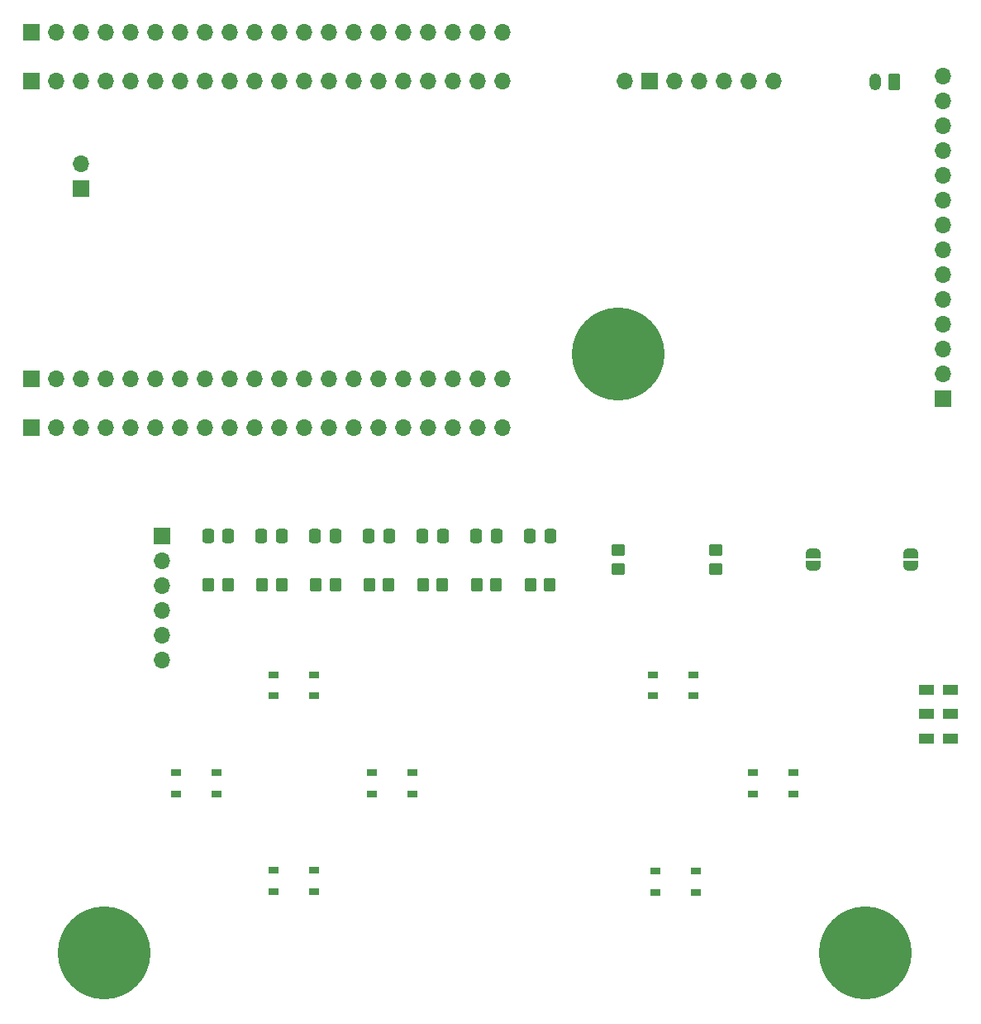
<source format=gbr>
%TF.GenerationSoftware,KiCad,Pcbnew,8.0.6*%
%TF.CreationDate,2024-11-05T07:22:12-08:00*%
%TF.ProjectId,Final_Project_PCB,46696e61-6c5f-4507-926f-6a6563745f50,1.0*%
%TF.SameCoordinates,Original*%
%TF.FileFunction,Soldermask,Top*%
%TF.FilePolarity,Negative*%
%FSLAX46Y46*%
G04 Gerber Fmt 4.6, Leading zero omitted, Abs format (unit mm)*
G04 Created by KiCad (PCBNEW 8.0.6) date 2024-11-05 07:22:12*
%MOMM*%
%LPD*%
G01*
G04 APERTURE LIST*
G04 Aperture macros list*
%AMRoundRect*
0 Rectangle with rounded corners*
0 $1 Rounding radius*
0 $2 $3 $4 $5 $6 $7 $8 $9 X,Y pos of 4 corners*
0 Add a 4 corners polygon primitive as box body*
4,1,4,$2,$3,$4,$5,$6,$7,$8,$9,$2,$3,0*
0 Add four circle primitives for the rounded corners*
1,1,$1+$1,$2,$3*
1,1,$1+$1,$4,$5*
1,1,$1+$1,$6,$7*
1,1,$1+$1,$8,$9*
0 Add four rect primitives between the rounded corners*
20,1,$1+$1,$2,$3,$4,$5,0*
20,1,$1+$1,$4,$5,$6,$7,0*
20,1,$1+$1,$6,$7,$8,$9,0*
20,1,$1+$1,$8,$9,$2,$3,0*%
%AMFreePoly0*
4,1,19,0.500000,-0.750000,0.000000,-0.750000,0.000000,-0.744911,-0.071157,-0.744911,-0.207708,-0.704816,-0.327430,-0.627875,-0.420627,-0.520320,-0.479746,-0.390866,-0.500000,-0.250000,-0.500000,0.250000,-0.479746,0.390866,-0.420627,0.520320,-0.327430,0.627875,-0.207708,0.704816,-0.071157,0.744911,0.000000,0.744911,0.000000,0.750000,0.500000,0.750000,0.500000,-0.750000,0.500000,-0.750000,
$1*%
%AMFreePoly1*
4,1,19,0.000000,0.744911,0.071157,0.744911,0.207708,0.704816,0.327430,0.627875,0.420627,0.520320,0.479746,0.390866,0.500000,0.250000,0.500000,-0.250000,0.479746,-0.390866,0.420627,-0.520320,0.327430,-0.627875,0.207708,-0.704816,0.071157,-0.744911,0.000000,-0.744911,0.000000,-0.750000,-0.500000,-0.750000,-0.500000,0.750000,0.000000,0.750000,0.000000,0.744911,0.000000,0.744911,
$1*%
G04 Aperture macros list end*
%ADD10R,1.050000X0.650000*%
%ADD11RoundRect,0.250000X-0.337500X-0.475000X0.337500X-0.475000X0.337500X0.475000X-0.337500X0.475000X0*%
%ADD12C,5.700000*%
%ADD13C,9.500000*%
%ADD14RoundRect,0.250000X-0.450000X0.350000X-0.450000X-0.350000X0.450000X-0.350000X0.450000X0.350000X0*%
%ADD15RoundRect,0.250000X0.350000X0.450000X-0.350000X0.450000X-0.350000X-0.450000X0.350000X-0.450000X0*%
%ADD16FreePoly0,90.000000*%
%ADD17FreePoly1,90.000000*%
%ADD18R,1.700000X1.700000*%
%ADD19O,1.700000X1.700000*%
%ADD20R,1.600000X1.000000*%
%ADD21RoundRect,0.250000X0.350000X0.625000X-0.350000X0.625000X-0.350000X-0.625000X0.350000X-0.625000X0*%
%ADD22O,1.200000X1.750000*%
G04 APERTURE END LIST*
D10*
%TO.C,Up1*%
X137425000Y-122525000D03*
X141575000Y-122525000D03*
X137425000Y-124675000D03*
X141575000Y-124675000D03*
%TD*%
D11*
%TO.C,C7*%
X163662500Y-108300000D03*
X165737500Y-108300000D03*
%TD*%
D10*
%TO.C,Top_button1*%
X176225000Y-122525000D03*
X180375000Y-122525000D03*
X176225000Y-124675000D03*
X180375000Y-124675000D03*
%TD*%
%TO.C,Down1*%
X137425000Y-142525000D03*
X141575000Y-142525000D03*
X137425000Y-144675000D03*
X141575000Y-144675000D03*
%TD*%
D12*
%TO.C,MNT2*%
X198000000Y-151000000D03*
D13*
X198000000Y-151000000D03*
%TD*%
D11*
%TO.C,C5*%
X130662500Y-108300000D03*
X132737500Y-108300000D03*
%TD*%
D10*
%TO.C,Right1*%
X147425000Y-132525000D03*
X151575000Y-132525000D03*
X147425000Y-134675000D03*
X151575000Y-134675000D03*
%TD*%
%TO.C,Bottom_button1*%
X176500000Y-142600000D03*
X180650000Y-142600000D03*
X176500000Y-144750000D03*
X180650000Y-144750000D03*
%TD*%
D14*
%TO.C,R1*%
X172700000Y-109700000D03*
X172700000Y-111700000D03*
%TD*%
D12*
%TO.C,MNT3*%
X120000000Y-151000000D03*
D13*
X120000000Y-151000000D03*
%TD*%
D14*
%TO.C,R2*%
X182700000Y-109700000D03*
X182700000Y-111700000D03*
%TD*%
D11*
%TO.C,C3*%
X136162500Y-108300000D03*
X138237500Y-108300000D03*
%TD*%
D15*
%TO.C,R9*%
X154700000Y-113300000D03*
X152700000Y-113300000D03*
%TD*%
%TO.C,R5*%
X132700000Y-113300000D03*
X130700000Y-113300000D03*
%TD*%
D16*
%TO.C,PathToVin1*%
X192700000Y-111350000D03*
D17*
X192700000Y-110050000D03*
%TD*%
D11*
%TO.C,C8*%
X158162500Y-108300000D03*
X160237500Y-108300000D03*
%TD*%
D15*
%TO.C,R3*%
X138200000Y-113300000D03*
X136200000Y-113300000D03*
%TD*%
D10*
%TO.C,Left1*%
X127425000Y-132525000D03*
X131575000Y-132525000D03*
X127425000Y-134675000D03*
X131575000Y-134675000D03*
%TD*%
D11*
%TO.C,C9*%
X152662500Y-108300000D03*
X154737500Y-108300000D03*
%TD*%
%TO.C,C4*%
X141662500Y-108300000D03*
X143737500Y-108300000D03*
%TD*%
D18*
%TO.C,LCD1*%
X206000000Y-94260000D03*
D19*
X206000000Y-91720000D03*
X206000000Y-89180000D03*
X206000000Y-86640000D03*
X206000000Y-84100000D03*
X206000000Y-81560000D03*
X206000000Y-79020000D03*
X206000000Y-76480000D03*
X206000000Y-73940000D03*
X206000000Y-71400000D03*
X206000000Y-68860000D03*
X206000000Y-66320000D03*
X206000000Y-63780000D03*
X206000000Y-61240000D03*
%TD*%
D15*
%TO.C,R4*%
X143700000Y-113300000D03*
X141700000Y-113300000D03*
%TD*%
D16*
%TO.C,PathToGND1*%
X202700000Y-111350000D03*
D17*
X202700000Y-110050000D03*
%TD*%
D15*
%TO.C,R8*%
X160200000Y-113300000D03*
X158200000Y-113300000D03*
%TD*%
D10*
%TO.C,Select1*%
X186525000Y-132525000D03*
X190675000Y-132525000D03*
X186525000Y-134675000D03*
X190675000Y-134675000D03*
%TD*%
D15*
%TO.C,R7*%
X165700000Y-113300000D03*
X163700000Y-113300000D03*
%TD*%
D11*
%TO.C,C6*%
X147162500Y-108300000D03*
X149237500Y-108300000D03*
%TD*%
D15*
%TO.C,R6*%
X149200000Y-113300000D03*
X147200000Y-113300000D03*
%TD*%
D20*
%TO.C,SS1*%
X204300000Y-129000000D03*
X204300000Y-126500000D03*
X204300000Y-124000000D03*
X206700000Y-129000000D03*
X206700000Y-126500000D03*
X206700000Y-124000000D03*
%TD*%
D12*
%TO.C,MNT1*%
X172700000Y-89700000D03*
D13*
X172700000Y-89700000D03*
%TD*%
D19*
%TO.C,01-GND_Breakout1*%
X160870800Y-97225500D03*
X158330800Y-97225500D03*
X155790800Y-97225500D03*
X153250800Y-97225500D03*
X150710800Y-97225500D03*
X148170800Y-97225500D03*
X145630800Y-97225500D03*
X143090800Y-97225500D03*
X140550800Y-97225500D03*
X138010800Y-97225500D03*
X135470800Y-97225500D03*
X132930800Y-97225500D03*
X130390800Y-97225500D03*
X127850800Y-97225500D03*
X125310800Y-97225500D03*
X122770800Y-97225500D03*
X120230800Y-97225500D03*
X117690800Y-97225500D03*
X115150800Y-97225500D03*
D18*
X112610800Y-97225500D03*
%TD*%
D19*
%TO.C,Amplifier1*%
X188580000Y-61745500D03*
X186040000Y-61745500D03*
X183500000Y-61745500D03*
X180960000Y-61745500D03*
X178420000Y-61745500D03*
D18*
X175880000Y-61745500D03*
D19*
X173340000Y-61745500D03*
%TD*%
D21*
%TO.C,JSTBattery1*%
X201000000Y-61800000D03*
D22*
X199000000Y-61800000D03*
%TD*%
D19*
%TO.C,SDAdaptor1*%
X126000000Y-121000000D03*
X126000000Y-118460000D03*
X126000000Y-115920000D03*
X126000000Y-113380000D03*
X126000000Y-110840000D03*
D18*
X126000000Y-108300000D03*
%TD*%
D19*
%TO.C,DevBoardI01-GND1*%
X160870800Y-92225500D03*
X158330800Y-92225500D03*
X155790800Y-92225500D03*
X153250800Y-92225500D03*
X150710800Y-92225500D03*
X148170800Y-92225500D03*
X145630800Y-92225500D03*
X143090800Y-92225500D03*
X140550800Y-92225500D03*
X138010800Y-92225500D03*
X135470800Y-92225500D03*
X132930800Y-92225500D03*
X130390800Y-92225500D03*
X127850800Y-92225500D03*
X125310800Y-92225500D03*
X122770800Y-92225500D03*
X120230800Y-92225500D03*
X117690800Y-92225500D03*
X115150800Y-92225500D03*
D18*
X112610800Y-92225500D03*
%TD*%
D19*
%TO.C,46-GND_Breakout1*%
X160870800Y-56745500D03*
X158330800Y-56745500D03*
X155790800Y-56745500D03*
X153250800Y-56745500D03*
X150710800Y-56745500D03*
X148170800Y-56745500D03*
X145630800Y-56745500D03*
X143090800Y-56745500D03*
X140550800Y-56745500D03*
X138010800Y-56745500D03*
X135470800Y-56745500D03*
X132930800Y-56745500D03*
X130390800Y-56745500D03*
X127850800Y-56745500D03*
X125310800Y-56745500D03*
X122770800Y-56745500D03*
X120230800Y-56745500D03*
X117690800Y-56745500D03*
X115150800Y-56745500D03*
D18*
X112610800Y-56745500D03*
%TD*%
%TO.C,BatToBoard1*%
X117696598Y-72774478D03*
D19*
X117696598Y-70234478D03*
%TD*%
%TO.C,DevBoardIO46-GND1*%
X160870800Y-61745500D03*
X158330800Y-61745500D03*
X155790800Y-61745500D03*
X153250800Y-61745500D03*
X150710800Y-61745500D03*
X148170800Y-61745500D03*
X145630800Y-61745500D03*
X143090800Y-61745500D03*
X140550800Y-61745500D03*
X138010800Y-61745500D03*
X135470800Y-61745500D03*
X132930800Y-61745500D03*
X130390800Y-61745500D03*
X127850800Y-61745500D03*
X125310800Y-61745500D03*
X122770800Y-61745500D03*
X120230800Y-61745500D03*
X117690800Y-61745500D03*
X115150800Y-61745500D03*
D18*
X112610800Y-61745500D03*
%TD*%
M02*

</source>
